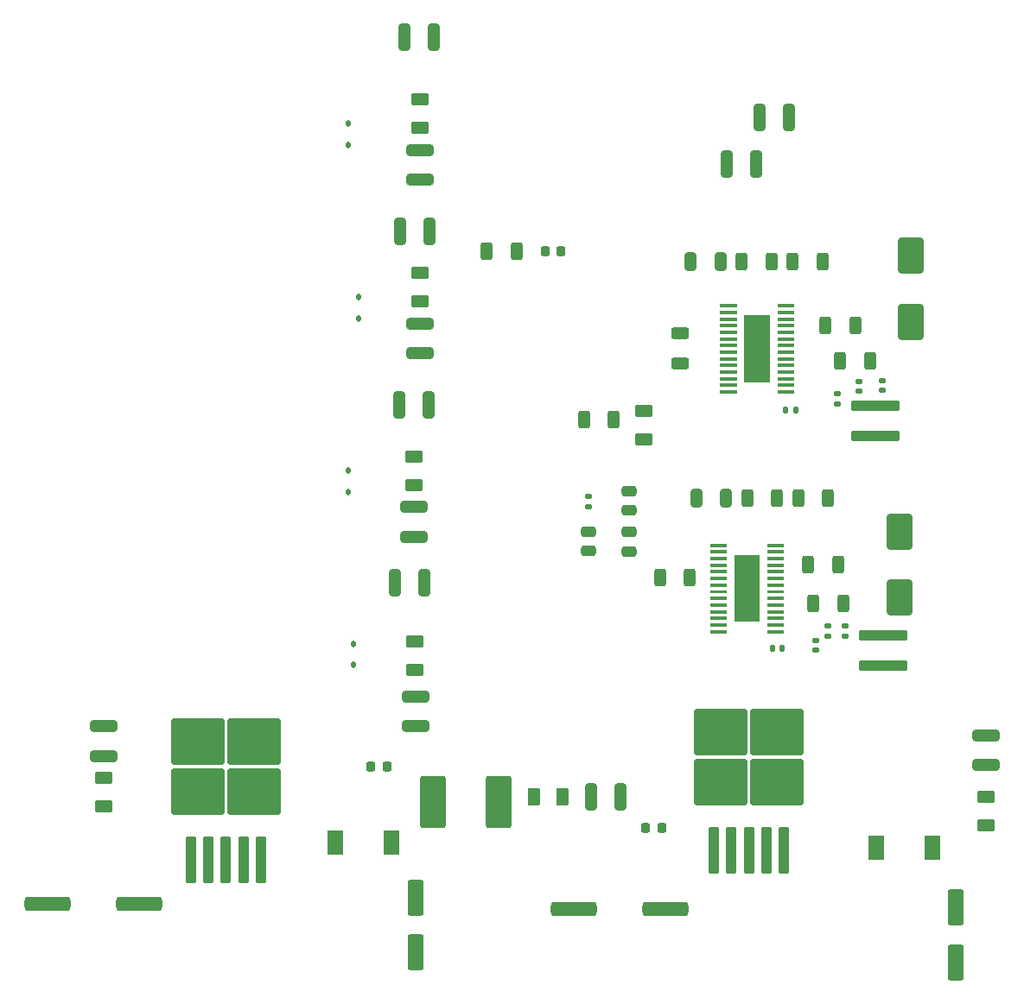
<source format=gbr>
%TF.GenerationSoftware,KiCad,Pcbnew,7.0.10*%
%TF.CreationDate,2024-08-08T13:18:15-05:00*%
%TF.ProjectId,river_sampler,72697665-725f-4736-916d-706c65722e6b,rev?*%
%TF.SameCoordinates,Original*%
%TF.FileFunction,Paste,Top*%
%TF.FilePolarity,Positive*%
%FSLAX46Y46*%
G04 Gerber Fmt 4.6, Leading zero omitted, Abs format (unit mm)*
G04 Created by KiCad (PCBNEW 7.0.10) date 2024-08-08 13:18:15*
%MOMM*%
%LPD*%
G01*
G04 APERTURE LIST*
G04 Aperture macros list*
%AMRoundRect*
0 Rectangle with rounded corners*
0 $1 Rounding radius*
0 $2 $3 $4 $5 $6 $7 $8 $9 X,Y pos of 4 corners*
0 Add a 4 corners polygon primitive as box body*
4,1,4,$2,$3,$4,$5,$6,$7,$8,$9,$2,$3,0*
0 Add four circle primitives for the rounded corners*
1,1,$1+$1,$2,$3*
1,1,$1+$1,$4,$5*
1,1,$1+$1,$6,$7*
1,1,$1+$1,$8,$9*
0 Add four rect primitives between the rounded corners*
20,1,$1+$1,$2,$3,$4,$5,0*
20,1,$1+$1,$4,$5,$6,$7,0*
20,1,$1+$1,$6,$7,$8,$9,0*
20,1,$1+$1,$8,$9,$2,$3,0*%
G04 Aperture macros list end*
%ADD10C,0.010000*%
%ADD11RoundRect,0.250000X0.312500X1.075000X-0.312500X1.075000X-0.312500X-1.075000X0.312500X-1.075000X0*%
%ADD12R,1.500000X2.400000*%
%ADD13RoundRect,0.250000X-0.550000X1.500000X-0.550000X-1.500000X0.550000X-1.500000X0.550000X1.500000X0*%
%ADD14RoundRect,0.250000X-0.312500X-1.075000X0.312500X-1.075000X0.312500X1.075000X-0.312500X1.075000X0*%
%ADD15RoundRect,0.140000X0.170000X-0.140000X0.170000X0.140000X-0.170000X0.140000X-0.170000X-0.140000X0*%
%ADD16RoundRect,0.250000X1.075000X-0.312500X1.075000X0.312500X-1.075000X0.312500X-1.075000X-0.312500X0*%
%ADD17RoundRect,0.112500X0.112500X-0.187500X0.112500X0.187500X-0.112500X0.187500X-0.112500X-0.187500X0*%
%ADD18RoundRect,0.250000X0.987500X2.325000X-0.987500X2.325000X-0.987500X-2.325000X0.987500X-2.325000X0*%
%ADD19RoundRect,0.218750X0.218750X0.256250X-0.218750X0.256250X-0.218750X-0.256250X0.218750X-0.256250X0*%
%ADD20RoundRect,0.250000X-1.075000X0.312500X-1.075000X-0.312500X1.075000X-0.312500X1.075000X0.312500X0*%
%ADD21RoundRect,0.250000X0.312500X0.625000X-0.312500X0.625000X-0.312500X-0.625000X0.312500X-0.625000X0*%
%ADD22RoundRect,0.250000X1.000000X-1.500000X1.000000X1.500000X-1.000000X1.500000X-1.000000X-1.500000X0*%
%ADD23RoundRect,0.250000X2.125000X-0.275000X2.125000X0.275000X-2.125000X0.275000X-2.125000X-0.275000X0*%
%ADD24RoundRect,0.250000X-0.475000X0.250000X-0.475000X-0.250000X0.475000X-0.250000X0.475000X0.250000X0*%
%ADD25RoundRect,0.250000X-0.625000X0.375000X-0.625000X-0.375000X0.625000X-0.375000X0.625000X0.375000X0*%
%ADD26RoundRect,0.250000X0.375000X0.625000X-0.375000X0.625000X-0.375000X-0.625000X0.375000X-0.625000X0*%
%ADD27RoundRect,0.250000X-0.312500X-0.625000X0.312500X-0.625000X0.312500X0.625000X-0.312500X0.625000X0*%
%ADD28RoundRect,0.250000X0.300000X-2.050000X0.300000X2.050000X-0.300000X2.050000X-0.300000X-2.050000X0*%
%ADD29RoundRect,0.250000X2.375000X-2.025000X2.375000X2.025000X-2.375000X2.025000X-2.375000X-2.025000X0*%
%ADD30RoundRect,0.250000X0.625000X-0.375000X0.625000X0.375000X-0.625000X0.375000X-0.625000X-0.375000X0*%
%ADD31RoundRect,0.250000X-0.625000X0.312500X-0.625000X-0.312500X0.625000X-0.312500X0.625000X0.312500X0*%
%ADD32RoundRect,0.140000X-0.140000X-0.170000X0.140000X-0.170000X0.140000X0.170000X-0.140000X0.170000X0*%
%ADD33RoundRect,0.350000X-1.900000X-0.350000X1.900000X-0.350000X1.900000X0.350000X-1.900000X0.350000X0*%
%ADD34RoundRect,0.218750X-0.218750X-0.256250X0.218750X-0.256250X0.218750X0.256250X-0.218750X0.256250X0*%
%ADD35RoundRect,0.250000X-0.325000X-0.650000X0.325000X-0.650000X0.325000X0.650000X-0.325000X0.650000X0*%
%ADD36RoundRect,0.250000X0.475000X-0.250000X0.475000X0.250000X-0.475000X0.250000X-0.475000X-0.250000X0*%
%ADD37RoundRect,0.140000X-0.170000X0.140000X-0.170000X-0.140000X0.170000X-0.140000X0.170000X0.140000X0*%
%ADD38RoundRect,0.225000X-0.225000X-0.250000X0.225000X-0.250000X0.225000X0.250000X-0.225000X0.250000X0*%
G04 APERTURE END LIST*
%TO.C,U5*%
D10*
X116575000Y-146350000D02*
X115025000Y-146350000D01*
X115025000Y-146100000D01*
X116575000Y-146100000D01*
X116575000Y-146350000D01*
G36*
X116575000Y-146350000D02*
G01*
X115025000Y-146350000D01*
X115025000Y-146100000D01*
X116575000Y-146100000D01*
X116575000Y-146350000D01*
G37*
X116575000Y-145700000D02*
X115025000Y-145700000D01*
X115025000Y-145450000D01*
X116575000Y-145450000D01*
X116575000Y-145700000D01*
G36*
X116575000Y-145700000D02*
G01*
X115025000Y-145700000D01*
X115025000Y-145450000D01*
X116575000Y-145450000D01*
X116575000Y-145700000D01*
G37*
X116575000Y-145050000D02*
X115025000Y-145050000D01*
X115025000Y-144800000D01*
X116575000Y-144800000D01*
X116575000Y-145050000D01*
G36*
X116575000Y-145050000D02*
G01*
X115025000Y-145050000D01*
X115025000Y-144800000D01*
X116575000Y-144800000D01*
X116575000Y-145050000D01*
G37*
X116575000Y-144400000D02*
X115025000Y-144400000D01*
X115025000Y-144150000D01*
X116575000Y-144150000D01*
X116575000Y-144400000D01*
G36*
X116575000Y-144400000D02*
G01*
X115025000Y-144400000D01*
X115025000Y-144150000D01*
X116575000Y-144150000D01*
X116575000Y-144400000D01*
G37*
X116575000Y-143750000D02*
X115025000Y-143750000D01*
X115025000Y-143500000D01*
X116575000Y-143500000D01*
X116575000Y-143750000D01*
G36*
X116575000Y-143750000D02*
G01*
X115025000Y-143750000D01*
X115025000Y-143500000D01*
X116575000Y-143500000D01*
X116575000Y-143750000D01*
G37*
X116575000Y-143100000D02*
X115025000Y-143100000D01*
X115025000Y-142850000D01*
X116575000Y-142850000D01*
X116575000Y-143100000D01*
G36*
X116575000Y-143100000D02*
G01*
X115025000Y-143100000D01*
X115025000Y-142850000D01*
X116575000Y-142850000D01*
X116575000Y-143100000D01*
G37*
X116575000Y-142450000D02*
X115025000Y-142450000D01*
X115025000Y-142200000D01*
X116575000Y-142200000D01*
X116575000Y-142450000D01*
G36*
X116575000Y-142450000D02*
G01*
X115025000Y-142450000D01*
X115025000Y-142200000D01*
X116575000Y-142200000D01*
X116575000Y-142450000D01*
G37*
X116575000Y-141800000D02*
X115025000Y-141800000D01*
X115025000Y-141550000D01*
X116575000Y-141550000D01*
X116575000Y-141800000D01*
G36*
X116575000Y-141800000D02*
G01*
X115025000Y-141800000D01*
X115025000Y-141550000D01*
X116575000Y-141550000D01*
X116575000Y-141800000D01*
G37*
X116575000Y-141150000D02*
X115025000Y-141150000D01*
X115025000Y-140900000D01*
X116575000Y-140900000D01*
X116575000Y-141150000D01*
G36*
X116575000Y-141150000D02*
G01*
X115025000Y-141150000D01*
X115025000Y-140900000D01*
X116575000Y-140900000D01*
X116575000Y-141150000D01*
G37*
X116575000Y-140500000D02*
X115025000Y-140500000D01*
X115025000Y-140250000D01*
X116575000Y-140250000D01*
X116575000Y-140500000D01*
G36*
X116575000Y-140500000D02*
G01*
X115025000Y-140500000D01*
X115025000Y-140250000D01*
X116575000Y-140250000D01*
X116575000Y-140500000D01*
G37*
X116575000Y-139850000D02*
X115025000Y-139850000D01*
X115025000Y-139600000D01*
X116575000Y-139600000D01*
X116575000Y-139850000D01*
G36*
X116575000Y-139850000D02*
G01*
X115025000Y-139850000D01*
X115025000Y-139600000D01*
X116575000Y-139600000D01*
X116575000Y-139850000D01*
G37*
X116575000Y-139200000D02*
X115025000Y-139200000D01*
X115025000Y-138950000D01*
X116575000Y-138950000D01*
X116575000Y-139200000D01*
G36*
X116575000Y-139200000D02*
G01*
X115025000Y-139200000D01*
X115025000Y-138950000D01*
X116575000Y-138950000D01*
X116575000Y-139200000D01*
G37*
X116575000Y-138550000D02*
X115025000Y-138550000D01*
X115025000Y-138300000D01*
X116575000Y-138300000D01*
X116575000Y-138550000D01*
G36*
X116575000Y-138550000D02*
G01*
X115025000Y-138550000D01*
X115025000Y-138300000D01*
X116575000Y-138300000D01*
X116575000Y-138550000D01*
G37*
X116575000Y-137900000D02*
X115025000Y-137900000D01*
X115025000Y-137650000D01*
X116575000Y-137650000D01*
X116575000Y-137900000D01*
G36*
X116575000Y-137900000D02*
G01*
X115025000Y-137900000D01*
X115025000Y-137650000D01*
X116575000Y-137650000D01*
X116575000Y-137900000D01*
G37*
X114200000Y-145230000D02*
X111800000Y-145230000D01*
X111800000Y-138770000D01*
X114200000Y-138770000D01*
X114200000Y-145230000D01*
G36*
X114200000Y-145230000D02*
G01*
X111800000Y-145230000D01*
X111800000Y-138770000D01*
X114200000Y-138770000D01*
X114200000Y-145230000D01*
G37*
X110975000Y-146350000D02*
X109425000Y-146350000D01*
X109425000Y-146100000D01*
X110975000Y-146100000D01*
X110975000Y-146350000D01*
G36*
X110975000Y-146350000D02*
G01*
X109425000Y-146350000D01*
X109425000Y-146100000D01*
X110975000Y-146100000D01*
X110975000Y-146350000D01*
G37*
X110975000Y-145700000D02*
X109425000Y-145700000D01*
X109425000Y-145450000D01*
X110975000Y-145450000D01*
X110975000Y-145700000D01*
G36*
X110975000Y-145700000D02*
G01*
X109425000Y-145700000D01*
X109425000Y-145450000D01*
X110975000Y-145450000D01*
X110975000Y-145700000D01*
G37*
X110975000Y-145050000D02*
X109425000Y-145050000D01*
X109425000Y-144800000D01*
X110975000Y-144800000D01*
X110975000Y-145050000D01*
G36*
X110975000Y-145050000D02*
G01*
X109425000Y-145050000D01*
X109425000Y-144800000D01*
X110975000Y-144800000D01*
X110975000Y-145050000D01*
G37*
X110975000Y-144400000D02*
X109425000Y-144400000D01*
X109425000Y-144150000D01*
X110975000Y-144150000D01*
X110975000Y-144400000D01*
G36*
X110975000Y-144400000D02*
G01*
X109425000Y-144400000D01*
X109425000Y-144150000D01*
X110975000Y-144150000D01*
X110975000Y-144400000D01*
G37*
X110975000Y-143750000D02*
X109425000Y-143750000D01*
X109425000Y-143500000D01*
X110975000Y-143500000D01*
X110975000Y-143750000D01*
G36*
X110975000Y-143750000D02*
G01*
X109425000Y-143750000D01*
X109425000Y-143500000D01*
X110975000Y-143500000D01*
X110975000Y-143750000D01*
G37*
X110975000Y-143100000D02*
X109425000Y-143100000D01*
X109425000Y-142850000D01*
X110975000Y-142850000D01*
X110975000Y-143100000D01*
G36*
X110975000Y-143100000D02*
G01*
X109425000Y-143100000D01*
X109425000Y-142850000D01*
X110975000Y-142850000D01*
X110975000Y-143100000D01*
G37*
X110975000Y-142450000D02*
X109425000Y-142450000D01*
X109425000Y-142200000D01*
X110975000Y-142200000D01*
X110975000Y-142450000D01*
G36*
X110975000Y-142450000D02*
G01*
X109425000Y-142450000D01*
X109425000Y-142200000D01*
X110975000Y-142200000D01*
X110975000Y-142450000D01*
G37*
X110975000Y-141800000D02*
X109425000Y-141800000D01*
X109425000Y-141550000D01*
X110975000Y-141550000D01*
X110975000Y-141800000D01*
G36*
X110975000Y-141800000D02*
G01*
X109425000Y-141800000D01*
X109425000Y-141550000D01*
X110975000Y-141550000D01*
X110975000Y-141800000D01*
G37*
X110975000Y-141150000D02*
X109425000Y-141150000D01*
X109425000Y-140900000D01*
X110975000Y-140900000D01*
X110975000Y-141150000D01*
G36*
X110975000Y-141150000D02*
G01*
X109425000Y-141150000D01*
X109425000Y-140900000D01*
X110975000Y-140900000D01*
X110975000Y-141150000D01*
G37*
X110975000Y-140500000D02*
X109425000Y-140500000D01*
X109425000Y-140250000D01*
X110975000Y-140250000D01*
X110975000Y-140500000D01*
G36*
X110975000Y-140500000D02*
G01*
X109425000Y-140500000D01*
X109425000Y-140250000D01*
X110975000Y-140250000D01*
X110975000Y-140500000D01*
G37*
X110975000Y-139850000D02*
X109425000Y-139850000D01*
X109425000Y-139600000D01*
X110975000Y-139600000D01*
X110975000Y-139850000D01*
G36*
X110975000Y-139850000D02*
G01*
X109425000Y-139850000D01*
X109425000Y-139600000D01*
X110975000Y-139600000D01*
X110975000Y-139850000D01*
G37*
X110975000Y-139200000D02*
X109425000Y-139200000D01*
X109425000Y-138950000D01*
X110975000Y-138950000D01*
X110975000Y-139200000D01*
G36*
X110975000Y-139200000D02*
G01*
X109425000Y-139200000D01*
X109425000Y-138950000D01*
X110975000Y-138950000D01*
X110975000Y-139200000D01*
G37*
X110975000Y-138550000D02*
X109425000Y-138550000D01*
X109425000Y-138300000D01*
X110975000Y-138300000D01*
X110975000Y-138550000D01*
G36*
X110975000Y-138550000D02*
G01*
X109425000Y-138550000D01*
X109425000Y-138300000D01*
X110975000Y-138300000D01*
X110975000Y-138550000D01*
G37*
X110975000Y-137900000D02*
X109425000Y-137900000D01*
X109425000Y-137650000D01*
X110975000Y-137650000D01*
X110975000Y-137900000D01*
G36*
X110975000Y-137900000D02*
G01*
X109425000Y-137900000D01*
X109425000Y-137650000D01*
X110975000Y-137650000D01*
X110975000Y-137900000D01*
G37*
%TO.C,U2*%
X117575000Y-122850000D02*
X116025000Y-122850000D01*
X116025000Y-122600000D01*
X117575000Y-122600000D01*
X117575000Y-122850000D01*
G36*
X117575000Y-122850000D02*
G01*
X116025000Y-122850000D01*
X116025000Y-122600000D01*
X117575000Y-122600000D01*
X117575000Y-122850000D01*
G37*
X117575000Y-122200000D02*
X116025000Y-122200000D01*
X116025000Y-121950000D01*
X117575000Y-121950000D01*
X117575000Y-122200000D01*
G36*
X117575000Y-122200000D02*
G01*
X116025000Y-122200000D01*
X116025000Y-121950000D01*
X117575000Y-121950000D01*
X117575000Y-122200000D01*
G37*
X117575000Y-121550000D02*
X116025000Y-121550000D01*
X116025000Y-121300000D01*
X117575000Y-121300000D01*
X117575000Y-121550000D01*
G36*
X117575000Y-121550000D02*
G01*
X116025000Y-121550000D01*
X116025000Y-121300000D01*
X117575000Y-121300000D01*
X117575000Y-121550000D01*
G37*
X117575000Y-120900000D02*
X116025000Y-120900000D01*
X116025000Y-120650000D01*
X117575000Y-120650000D01*
X117575000Y-120900000D01*
G36*
X117575000Y-120900000D02*
G01*
X116025000Y-120900000D01*
X116025000Y-120650000D01*
X117575000Y-120650000D01*
X117575000Y-120900000D01*
G37*
X117575000Y-120250000D02*
X116025000Y-120250000D01*
X116025000Y-120000000D01*
X117575000Y-120000000D01*
X117575000Y-120250000D01*
G36*
X117575000Y-120250000D02*
G01*
X116025000Y-120250000D01*
X116025000Y-120000000D01*
X117575000Y-120000000D01*
X117575000Y-120250000D01*
G37*
X117575000Y-119600000D02*
X116025000Y-119600000D01*
X116025000Y-119350000D01*
X117575000Y-119350000D01*
X117575000Y-119600000D01*
G36*
X117575000Y-119600000D02*
G01*
X116025000Y-119600000D01*
X116025000Y-119350000D01*
X117575000Y-119350000D01*
X117575000Y-119600000D01*
G37*
X117575000Y-118950000D02*
X116025000Y-118950000D01*
X116025000Y-118700000D01*
X117575000Y-118700000D01*
X117575000Y-118950000D01*
G36*
X117575000Y-118950000D02*
G01*
X116025000Y-118950000D01*
X116025000Y-118700000D01*
X117575000Y-118700000D01*
X117575000Y-118950000D01*
G37*
X117575000Y-118300000D02*
X116025000Y-118300000D01*
X116025000Y-118050000D01*
X117575000Y-118050000D01*
X117575000Y-118300000D01*
G36*
X117575000Y-118300000D02*
G01*
X116025000Y-118300000D01*
X116025000Y-118050000D01*
X117575000Y-118050000D01*
X117575000Y-118300000D01*
G37*
X117575000Y-117650000D02*
X116025000Y-117650000D01*
X116025000Y-117400000D01*
X117575000Y-117400000D01*
X117575000Y-117650000D01*
G36*
X117575000Y-117650000D02*
G01*
X116025000Y-117650000D01*
X116025000Y-117400000D01*
X117575000Y-117400000D01*
X117575000Y-117650000D01*
G37*
X117575000Y-117000000D02*
X116025000Y-117000000D01*
X116025000Y-116750000D01*
X117575000Y-116750000D01*
X117575000Y-117000000D01*
G36*
X117575000Y-117000000D02*
G01*
X116025000Y-117000000D01*
X116025000Y-116750000D01*
X117575000Y-116750000D01*
X117575000Y-117000000D01*
G37*
X117575000Y-116350000D02*
X116025000Y-116350000D01*
X116025000Y-116100000D01*
X117575000Y-116100000D01*
X117575000Y-116350000D01*
G36*
X117575000Y-116350000D02*
G01*
X116025000Y-116350000D01*
X116025000Y-116100000D01*
X117575000Y-116100000D01*
X117575000Y-116350000D01*
G37*
X117575000Y-115700000D02*
X116025000Y-115700000D01*
X116025000Y-115450000D01*
X117575000Y-115450000D01*
X117575000Y-115700000D01*
G36*
X117575000Y-115700000D02*
G01*
X116025000Y-115700000D01*
X116025000Y-115450000D01*
X117575000Y-115450000D01*
X117575000Y-115700000D01*
G37*
X117575000Y-115050000D02*
X116025000Y-115050000D01*
X116025000Y-114800000D01*
X117575000Y-114800000D01*
X117575000Y-115050000D01*
G36*
X117575000Y-115050000D02*
G01*
X116025000Y-115050000D01*
X116025000Y-114800000D01*
X117575000Y-114800000D01*
X117575000Y-115050000D01*
G37*
X117575000Y-114400000D02*
X116025000Y-114400000D01*
X116025000Y-114150000D01*
X117575000Y-114150000D01*
X117575000Y-114400000D01*
G36*
X117575000Y-114400000D02*
G01*
X116025000Y-114400000D01*
X116025000Y-114150000D01*
X117575000Y-114150000D01*
X117575000Y-114400000D01*
G37*
X115200000Y-121730000D02*
X112800000Y-121730000D01*
X112800000Y-115270000D01*
X115200000Y-115270000D01*
X115200000Y-121730000D01*
G36*
X115200000Y-121730000D02*
G01*
X112800000Y-121730000D01*
X112800000Y-115270000D01*
X115200000Y-115270000D01*
X115200000Y-121730000D01*
G37*
X111975000Y-122850000D02*
X110425000Y-122850000D01*
X110425000Y-122600000D01*
X111975000Y-122600000D01*
X111975000Y-122850000D01*
G36*
X111975000Y-122850000D02*
G01*
X110425000Y-122850000D01*
X110425000Y-122600000D01*
X111975000Y-122600000D01*
X111975000Y-122850000D01*
G37*
X111975000Y-122200000D02*
X110425000Y-122200000D01*
X110425000Y-121950000D01*
X111975000Y-121950000D01*
X111975000Y-122200000D01*
G36*
X111975000Y-122200000D02*
G01*
X110425000Y-122200000D01*
X110425000Y-121950000D01*
X111975000Y-121950000D01*
X111975000Y-122200000D01*
G37*
X111975000Y-121550000D02*
X110425000Y-121550000D01*
X110425000Y-121300000D01*
X111975000Y-121300000D01*
X111975000Y-121550000D01*
G36*
X111975000Y-121550000D02*
G01*
X110425000Y-121550000D01*
X110425000Y-121300000D01*
X111975000Y-121300000D01*
X111975000Y-121550000D01*
G37*
X111975000Y-120900000D02*
X110425000Y-120900000D01*
X110425000Y-120650000D01*
X111975000Y-120650000D01*
X111975000Y-120900000D01*
G36*
X111975000Y-120900000D02*
G01*
X110425000Y-120900000D01*
X110425000Y-120650000D01*
X111975000Y-120650000D01*
X111975000Y-120900000D01*
G37*
X111975000Y-120250000D02*
X110425000Y-120250000D01*
X110425000Y-120000000D01*
X111975000Y-120000000D01*
X111975000Y-120250000D01*
G36*
X111975000Y-120250000D02*
G01*
X110425000Y-120250000D01*
X110425000Y-120000000D01*
X111975000Y-120000000D01*
X111975000Y-120250000D01*
G37*
X111975000Y-119600000D02*
X110425000Y-119600000D01*
X110425000Y-119350000D01*
X111975000Y-119350000D01*
X111975000Y-119600000D01*
G36*
X111975000Y-119600000D02*
G01*
X110425000Y-119600000D01*
X110425000Y-119350000D01*
X111975000Y-119350000D01*
X111975000Y-119600000D01*
G37*
X111975000Y-118950000D02*
X110425000Y-118950000D01*
X110425000Y-118700000D01*
X111975000Y-118700000D01*
X111975000Y-118950000D01*
G36*
X111975000Y-118950000D02*
G01*
X110425000Y-118950000D01*
X110425000Y-118700000D01*
X111975000Y-118700000D01*
X111975000Y-118950000D01*
G37*
X111975000Y-118300000D02*
X110425000Y-118300000D01*
X110425000Y-118050000D01*
X111975000Y-118050000D01*
X111975000Y-118300000D01*
G36*
X111975000Y-118300000D02*
G01*
X110425000Y-118300000D01*
X110425000Y-118050000D01*
X111975000Y-118050000D01*
X111975000Y-118300000D01*
G37*
X111975000Y-117650000D02*
X110425000Y-117650000D01*
X110425000Y-117400000D01*
X111975000Y-117400000D01*
X111975000Y-117650000D01*
G36*
X111975000Y-117650000D02*
G01*
X110425000Y-117650000D01*
X110425000Y-117400000D01*
X111975000Y-117400000D01*
X111975000Y-117650000D01*
G37*
X111975000Y-117000000D02*
X110425000Y-117000000D01*
X110425000Y-116750000D01*
X111975000Y-116750000D01*
X111975000Y-117000000D01*
G36*
X111975000Y-117000000D02*
G01*
X110425000Y-117000000D01*
X110425000Y-116750000D01*
X111975000Y-116750000D01*
X111975000Y-117000000D01*
G37*
X111975000Y-116350000D02*
X110425000Y-116350000D01*
X110425000Y-116100000D01*
X111975000Y-116100000D01*
X111975000Y-116350000D01*
G36*
X111975000Y-116350000D02*
G01*
X110425000Y-116350000D01*
X110425000Y-116100000D01*
X111975000Y-116100000D01*
X111975000Y-116350000D01*
G37*
X111975000Y-115700000D02*
X110425000Y-115700000D01*
X110425000Y-115450000D01*
X111975000Y-115450000D01*
X111975000Y-115700000D01*
G36*
X111975000Y-115700000D02*
G01*
X110425000Y-115700000D01*
X110425000Y-115450000D01*
X111975000Y-115450000D01*
X111975000Y-115700000D01*
G37*
X111975000Y-115050000D02*
X110425000Y-115050000D01*
X110425000Y-114800000D01*
X111975000Y-114800000D01*
X111975000Y-115050000D01*
G36*
X111975000Y-115050000D02*
G01*
X110425000Y-115050000D01*
X110425000Y-114800000D01*
X111975000Y-114800000D01*
X111975000Y-115050000D01*
G37*
X111975000Y-114400000D02*
X110425000Y-114400000D01*
X110425000Y-114150000D01*
X111975000Y-114150000D01*
X111975000Y-114400000D01*
G36*
X111975000Y-114400000D02*
G01*
X110425000Y-114400000D01*
X110425000Y-114150000D01*
X111975000Y-114150000D01*
X111975000Y-114400000D01*
G37*
%TD*%
D11*
%TO.C,R26*%
X117199600Y-95834200D03*
X114274600Y-95834200D03*
%TD*%
D12*
%TO.C,L2*%
X125750000Y-167500000D03*
X131250000Y-167500000D03*
%TD*%
D11*
%TO.C,R10*%
X82367500Y-88000000D03*
X79442500Y-88000000D03*
%TD*%
D13*
%TO.C,C10*%
X80543400Y-172349200D03*
X80543400Y-177749200D03*
%TD*%
D14*
%TO.C,R2*%
X111037500Y-100400000D03*
X113962500Y-100400000D03*
%TD*%
D15*
%TO.C,C20*%
X121005600Y-146707800D03*
X121005600Y-145747800D03*
%TD*%
D16*
%TO.C,R19*%
X50000000Y-158462500D03*
X50000000Y-155537500D03*
%TD*%
D17*
%TO.C,D4*%
X74000000Y-132550000D03*
X74000000Y-130450000D03*
%TD*%
D15*
%TO.C,C8*%
X122631200Y-146707800D03*
X122631200Y-145747800D03*
%TD*%
D18*
%TO.C,D7*%
X88687500Y-163000000D03*
X82312500Y-163000000D03*
%TD*%
D17*
%TO.C,D2*%
X74500000Y-149550000D03*
X74500000Y-147450000D03*
%TD*%
D19*
%TO.C,F2*%
X104673500Y-165481000D03*
X103098500Y-165481000D03*
%TD*%
D20*
%TO.C,R9*%
X81005000Y-99037500D03*
X81005000Y-101962500D03*
%TD*%
D21*
%TO.C,R7*%
X125084300Y-119735600D03*
X122159300Y-119735600D03*
%TD*%
D16*
%TO.C,R20*%
X136500000Y-159362500D03*
X136500000Y-156437500D03*
%TD*%
D22*
%TO.C,C1*%
X129057400Y-115899000D03*
X129057400Y-109399000D03*
%TD*%
D23*
%TO.C,R13*%
X125653800Y-127052600D03*
X125653800Y-124102600D03*
%TD*%
D22*
%TO.C,C7*%
X128000000Y-142950000D03*
X128000000Y-136450000D03*
%TD*%
D24*
%TO.C,C24*%
X101500000Y-132500000D03*
X101500000Y-134400000D03*
%TD*%
D15*
%TO.C,C4*%
X121920000Y-123924000D03*
X121920000Y-122964000D03*
%TD*%
D25*
%TO.C,D1*%
X80500000Y-147200000D03*
X80500000Y-150000000D03*
%TD*%
%TO.C,D15*%
X136500000Y-162500000D03*
X136500000Y-165300000D03*
%TD*%
D20*
%TO.C,R1*%
X80600000Y-152637500D03*
X80600000Y-155562500D03*
%TD*%
D17*
%TO.C,D9*%
X74000000Y-98550000D03*
X74000000Y-96450000D03*
%TD*%
D26*
%TO.C,D6*%
X95000000Y-162500000D03*
X92200000Y-162500000D03*
%TD*%
D17*
%TO.C,D11*%
X75000000Y-115550000D03*
X75000000Y-113450000D03*
%TD*%
D15*
%TO.C,C21*%
X119761000Y-148079400D03*
X119761000Y-147119400D03*
%TD*%
D11*
%TO.C,R12*%
X81962500Y-107000000D03*
X79037500Y-107000000D03*
%TD*%
D21*
%TO.C,R21*%
X90462500Y-109000000D03*
X87537500Y-109000000D03*
%TD*%
D14*
%TO.C,R6*%
X97752500Y-162500000D03*
X100677500Y-162500000D03*
%TD*%
D27*
%TO.C,R24*%
X118075000Y-133200000D03*
X121000000Y-133200000D03*
%TD*%
D21*
%TO.C,R18*%
X121962500Y-139700000D03*
X119037500Y-139700000D03*
%TD*%
D28*
%TO.C,U1*%
X109825000Y-167725000D03*
X111525000Y-167725000D03*
X113225000Y-167725000D03*
D29*
X110450000Y-161000000D03*
X116000000Y-161000000D03*
X110450000Y-156150000D03*
X116000000Y-156150000D03*
D28*
X114925000Y-167725000D03*
X116625000Y-167725000D03*
%TD*%
D30*
%TO.C,D8*%
X102971600Y-127434800D03*
X102971600Y-124634800D03*
%TD*%
D15*
%TO.C,C3*%
X126263400Y-122628600D03*
X126263400Y-121668600D03*
%TD*%
D23*
%TO.C,R22*%
X126415800Y-149633200D03*
X126415800Y-146683200D03*
%TD*%
D25*
%TO.C,D5*%
X81005000Y-94100000D03*
X81005000Y-96900000D03*
%TD*%
D31*
%TO.C,R16*%
X106500000Y-117037500D03*
X106500000Y-119962500D03*
%TD*%
D25*
%TO.C,D3*%
X80400000Y-129100000D03*
X80400000Y-131900000D03*
%TD*%
D11*
%TO.C,R3*%
X81462500Y-141500000D03*
X78537500Y-141500000D03*
%TD*%
D20*
%TO.C,R4*%
X80400000Y-134037500D03*
X80400000Y-136962500D03*
%TD*%
D32*
%TO.C,C5*%
X116842600Y-124536200D03*
X117802600Y-124536200D03*
%TD*%
D21*
%TO.C,R17*%
X122462500Y-143500000D03*
X119537500Y-143500000D03*
%TD*%
D28*
%TO.C,U4*%
X58600000Y-168650000D03*
X60300000Y-168650000D03*
X62000000Y-168650000D03*
D29*
X59225000Y-161925000D03*
X64775000Y-161925000D03*
X59225000Y-157075000D03*
X64775000Y-157075000D03*
D28*
X63700000Y-168650000D03*
X65400000Y-168650000D03*
%TD*%
D33*
%TO.C,C9*%
X44500000Y-173000000D03*
X53500000Y-173000000D03*
%TD*%
D32*
%TO.C,C22*%
X115521800Y-147878800D03*
X116481800Y-147878800D03*
%TD*%
D34*
%TO.C,F1*%
X76212500Y-159500000D03*
X77787500Y-159500000D03*
%TD*%
D27*
%TO.C,R27*%
X97075000Y-125500000D03*
X100000000Y-125500000D03*
%TD*%
D21*
%TO.C,R25*%
X107462500Y-141000000D03*
X104537500Y-141000000D03*
%TD*%
D35*
%TO.C,C6*%
X107525000Y-110000000D03*
X110475000Y-110000000D03*
%TD*%
D36*
%TO.C,C26*%
X101500000Y-138400000D03*
X101500000Y-136500000D03*
%TD*%
D27*
%TO.C,R23*%
X113075000Y-133200000D03*
X116000000Y-133200000D03*
%TD*%
D33*
%TO.C,C11*%
X96050000Y-173500000D03*
X105050000Y-173500000D03*
%TD*%
D25*
%TO.C,D10*%
X81000000Y-111100000D03*
X81000000Y-113900000D03*
%TD*%
D36*
%TO.C,C25*%
X97500000Y-138350000D03*
X97500000Y-136450000D03*
%TD*%
D11*
%TO.C,R5*%
X81862500Y-124000000D03*
X78937500Y-124000000D03*
%TD*%
D27*
%TO.C,R15*%
X117537500Y-110000000D03*
X120462500Y-110000000D03*
%TD*%
D12*
%TO.C,L1*%
X72750000Y-167000000D03*
X78250000Y-167000000D03*
%TD*%
D37*
%TO.C,C27*%
X97485200Y-133047800D03*
X97485200Y-134007800D03*
%TD*%
D15*
%TO.C,C2*%
X124053600Y-122704800D03*
X124053600Y-121744800D03*
%TD*%
D20*
%TO.C,R11*%
X81000000Y-116037500D03*
X81000000Y-118962500D03*
%TD*%
D27*
%TO.C,R14*%
X112500000Y-110000000D03*
X115425000Y-110000000D03*
%TD*%
D13*
%TO.C,C12*%
X133500000Y-173300000D03*
X133500000Y-178700000D03*
%TD*%
D35*
%TO.C,C23*%
X108062500Y-133200000D03*
X111012500Y-133200000D03*
%TD*%
D21*
%TO.C,R8*%
X123661900Y-116281200D03*
X120736900Y-116281200D03*
%TD*%
D38*
%TO.C,C19*%
X93300000Y-109000000D03*
X94850000Y-109000000D03*
%TD*%
D25*
%TO.C,D13*%
X50000000Y-160600000D03*
X50000000Y-163400000D03*
%TD*%
M02*

</source>
